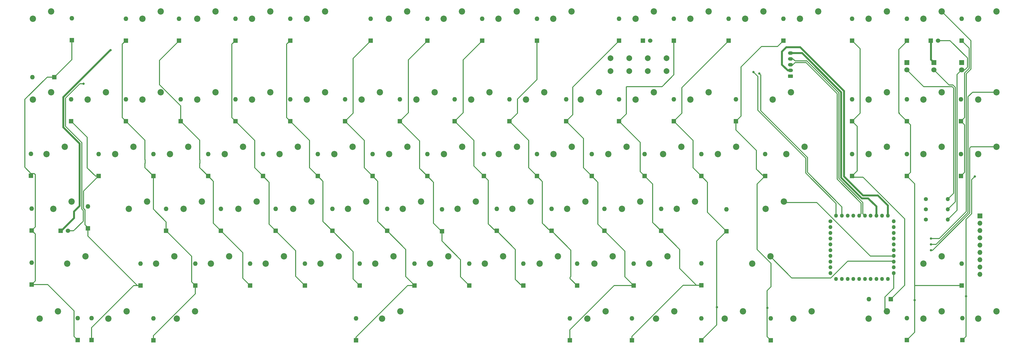
<source format=gbl>
%TF.GenerationSoftware,KiCad,Pcbnew,(6.0.5)*%
%TF.CreationDate,2022-06-03T16:12:07-04:00*%
%TF.ProjectId,Rabid,52616269-642e-46b6-9963-61645f706362,rev?*%
%TF.SameCoordinates,Original*%
%TF.FileFunction,Copper,L2,Bot*%
%TF.FilePolarity,Positive*%
%FSLAX46Y46*%
G04 Gerber Fmt 4.6, Leading zero omitted, Abs format (unit mm)*
G04 Created by KiCad (PCBNEW (6.0.5)) date 2022-06-03 16:12:07*
%MOMM*%
%LPD*%
G01*
G04 APERTURE LIST*
G04 Aperture macros list*
%AMRoundRect*
0 Rectangle with rounded corners*
0 $1 Rounding radius*
0 $2 $3 $4 $5 $6 $7 $8 $9 X,Y pos of 4 corners*
0 Add a 4 corners polygon primitive as box body*
4,1,4,$2,$3,$4,$5,$6,$7,$8,$9,$2,$3,0*
0 Add four circle primitives for the rounded corners*
1,1,$1+$1,$2,$3*
1,1,$1+$1,$4,$5*
1,1,$1+$1,$6,$7*
1,1,$1+$1,$8,$9*
0 Add four rect primitives between the rounded corners*
20,1,$1+$1,$2,$3,$4,$5,0*
20,1,$1+$1,$4,$5,$6,$7,0*
20,1,$1+$1,$6,$7,$8,$9,0*
20,1,$1+$1,$8,$9,$2,$3,0*%
G04 Aperture macros list end*
%TA.AperFunction,ComponentPad*%
%ADD10C,2.200000*%
%TD*%
%TA.AperFunction,ComponentPad*%
%ADD11R,1.600000X1.600000*%
%TD*%
%TA.AperFunction,ComponentPad*%
%ADD12O,1.600000X1.600000*%
%TD*%
%TA.AperFunction,ComponentPad*%
%ADD13C,1.350000*%
%TD*%
%TA.AperFunction,ComponentPad*%
%ADD14O,1.350000X1.350000*%
%TD*%
%TA.AperFunction,ComponentPad*%
%ADD15R,1.524000X1.524000*%
%TD*%
%TA.AperFunction,ComponentPad*%
%ADD16C,1.524000*%
%TD*%
%TA.AperFunction,ComponentPad*%
%ADD17R,1.800000X1.800000*%
%TD*%
%TA.AperFunction,ComponentPad*%
%ADD18C,1.800000*%
%TD*%
%TA.AperFunction,ComponentPad*%
%ADD19C,1.400000*%
%TD*%
%TA.AperFunction,ComponentPad*%
%ADD20O,1.400000X1.400000*%
%TD*%
%TA.AperFunction,ComponentPad*%
%ADD21R,1.700000X1.700000*%
%TD*%
%TA.AperFunction,ComponentPad*%
%ADD22O,1.700000X1.700000*%
%TD*%
%TA.AperFunction,ComponentPad*%
%ADD23C,2.000000*%
%TD*%
%TA.AperFunction,ComponentPad*%
%ADD24RoundRect,0.250000X0.625000X-0.350000X0.625000X0.350000X-0.625000X0.350000X-0.625000X-0.350000X0*%
%TD*%
%TA.AperFunction,ComponentPad*%
%ADD25O,1.750000X1.200000*%
%TD*%
%TA.AperFunction,ViaPad*%
%ADD26C,0.800000*%
%TD*%
%TA.AperFunction,Conductor*%
%ADD27C,0.300000*%
%TD*%
%TA.AperFunction,Conductor*%
%ADD28C,0.700000*%
%TD*%
G04 APERTURE END LIST*
D10*
%TO.P,SW72,1,1*%
%TO.N,Row0*%
X266852400Y-184861200D03*
%TO.P,SW72,2,2*%
%TO.N,Net-(D72-Pad2)*%
X260502400Y-187401200D03*
%TD*%
D11*
%TO.P,D13,1,K*%
%TO.N,ColC*%
X76200000Y-90678000D03*
D12*
%TO.P,D13,2,A*%
%TO.N,Net-(D13-Pad2)*%
X76200000Y-83058000D03*
%TD*%
D11*
%TO.P,D99,1,K*%
%TO.N,ColQ*%
X366522000Y-137795000D03*
D12*
%TO.P,D99,2,A*%
%TO.N,Net-(D99-Pad2)*%
X366522000Y-130175000D03*
%TD*%
D13*
%TO.P,U1,1,GPIO0*%
%TO.N,ColA*%
X321105000Y-153560000D03*
D14*
%TO.P,U1,2,GPIO1*%
%TO.N,ColB*%
X321105000Y-155560000D03*
%TO.P,U1,3,GPIO2*%
%TO.N,ColC*%
X321105000Y-157560000D03*
%TO.P,U1,4,GPIO3*%
%TO.N,ColD*%
X321105000Y-159560000D03*
%TO.P,U1,5,GPIO4*%
%TO.N,ColE*%
X321105000Y-161560000D03*
%TO.P,U1,6,GPIO5*%
%TO.N,ColF*%
X321105000Y-163560000D03*
%TO.P,U1,7,GPIO6*%
%TO.N,ColG*%
X321105000Y-165560000D03*
%TO.P,U1,8,GPIO7*%
%TO.N,ColH*%
X321105000Y-167560000D03*
%TO.P,U1,9,GPIO8*%
%TO.N,ColI*%
X321105000Y-169560000D03*
%TO.P,U1,10,GPIO9*%
%TO.N,ColJ*%
X321105000Y-171560000D03*
%TO.P,U1,11,GPIO10*%
%TO.N,ColK*%
X323105000Y-173560000D03*
%TO.P,U1,12,GPIO11*%
%TO.N,ColL*%
X325105000Y-173560000D03*
%TO.P,U1,13,GPIO12*%
%TO.N,ColM*%
X327105000Y-173560000D03*
%TO.P,U1,14,GPIO13*%
%TO.N,ColN*%
X329105000Y-173560000D03*
%TO.P,U1,15,GPIO14*%
%TO.N,ColO*%
X331105000Y-173560000D03*
%TO.P,U1,16,GPIO15*%
%TO.N,ColP*%
X333105000Y-173560000D03*
%TO.P,U1,17,GPIO16*%
%TO.N,ColQ*%
X335105000Y-173560000D03*
%TO.P,U1,18,GPIO17*%
%TO.N,/GPIO17*%
X337105000Y-173560000D03*
%TO.P,U1,19,GPIO18*%
%TO.N,/GPIO18*%
X339105000Y-173560000D03*
%TO.P,U1,20,GPIO19*%
%TO.N,/GPIO19*%
X341105000Y-173560000D03*
%TO.P,U1,21,GPIO20*%
%TO.N,Row0*%
X343105000Y-171560000D03*
%TO.P,U1,22,GPIO21*%
%TO.N,/GPIO21*%
X343105000Y-169560000D03*
%TO.P,U1,23,GPIO22*%
%TO.N,Row1*%
X343105000Y-167560000D03*
%TO.P,U1,24,GPIO23*%
%TO.N,Row2*%
X343105000Y-165560000D03*
%TO.P,U1,25,GPIO24*%
%TO.N,Row3*%
X343105000Y-163560000D03*
%TO.P,U1,26,GPIO25*%
%TO.N,Row4*%
X343105000Y-161560000D03*
%TO.P,U1,27,GPIO26*%
%TO.N,Row5*%
X343105000Y-159560000D03*
%TO.P,U1,28,GPIO27*%
%TO.N,/ScrollLED_GPIO*%
X343105000Y-157560000D03*
%TO.P,U1,29,GPIO28*%
%TO.N,/MetaLED_GPIO*%
X343105000Y-155560000D03*
%TO.P,U1,30,GPIO29*%
%TO.N,/CapsLED_GPIO*%
X343105000Y-153560000D03*
%TO.P,U1,31,GND*%
%TO.N,GND*%
X341105000Y-151560000D03*
%TO.P,U1,32,VBAT*%
%TO.N,unconnected-(U1-Pad32)*%
X339105000Y-151560000D03*
%TO.P,U1,33,5V*%
%TO.N,+5V*%
X337105000Y-151560000D03*
%TO.P,U1,34,3.3V*%
%TO.N,+3V3*%
X335105000Y-151560000D03*
%TO.P,U1,35,USB_D-*%
%TO.N,/USB_D-*%
X333105000Y-151560000D03*
%TO.P,U1,36,USB_D+*%
%TO.N,/USB_D+*%
X331105000Y-151560000D03*
%TO.P,U1,37,SWDIO*%
%TO.N,/SWDIO*%
X329105000Y-151560000D03*
%TO.P,U1,38,SWCLK*%
%TO.N,/SWCLK*%
X327105000Y-151560000D03*
%TO.P,U1,39,~{RESET}*%
%TO.N,/~{RESET}*%
X325105000Y-151560000D03*
%TO.P,U1,40,BOOTSEL*%
%TO.N,/BOOTSEL*%
X323105000Y-151560000D03*
%TD*%
D10*
%TO.P,SW91,1,1*%
%TO.N,Row5*%
X359791000Y-80518000D03*
%TO.P,SW91,2,2*%
%TO.N,Net-(D91-Pad2)*%
X353441000Y-83058000D03*
D15*
%TO.P,SW91,3,K*%
%TO.N,GND*%
X355981000Y-90678000D03*
D16*
%TO.P,SW91,4,A*%
%TO.N,/ScrollLED*%
X358521000Y-90678000D03*
%TD*%
D10*
%TO.P,SW18,1,1*%
%TO.N,Row0*%
X100203000Y-184861200D03*
%TO.P,SW18,2,2*%
%TO.N,Net-(D18-Pad2)*%
X93853000Y-187401200D03*
%TD*%
D11*
%TO.P,D102,1,K*%
%TO.N,ColQ*%
X367030000Y-194818000D03*
D12*
%TO.P,D102,2,A*%
%TO.N,Net-(D102-Pad2)*%
X367030000Y-187198000D03*
%TD*%
D10*
%TO.P,SW4,1,1*%
%TO.N,Row2*%
X57302400Y-146710400D03*
%TO.P,SW4,2,2*%
%TO.N,Net-(D4-Pad2)*%
X50952400Y-149250400D03*
D15*
%TO.P,SW4,3,K*%
%TO.N,GND*%
X53492400Y-156870400D03*
D16*
%TO.P,SW4,4,A*%
%TO.N,/CapsLED*%
X56032400Y-156870400D03*
%TD*%
D11*
%TO.P,D8,1,K*%
%TO.N,ColB*%
X57150000Y-118745000D03*
D12*
%TO.P,D8,2,A*%
%TO.N,Net-(D8-Pad2)*%
X57150000Y-111125000D03*
%TD*%
D10*
%TO.P,SW68,1,1*%
%TO.N,Row4*%
X259740400Y-108635800D03*
%TO.P,SW68,2,2*%
%TO.N,Net-(D68-Pad2)*%
X253390400Y-111175800D03*
%TD*%
%TO.P,SW40,1,1*%
%TO.N,Row2*%
X178765200Y-146710400D03*
%TO.P,SW40,2,2*%
%TO.N,Net-(D40-Pad2)*%
X172415200Y-149250400D03*
%TD*%
%TO.P,SW59,1,1*%
%TO.N,Row1*%
X245440200Y-165735000D03*
%TO.P,SW59,2,2*%
%TO.N,Net-(D59-Pad2)*%
X239090200Y-168275000D03*
%TD*%
%TO.P,SW17,1,1*%
%TO.N,Row1*%
X112090200Y-165735000D03*
%TO.P,SW17,2,2*%
%TO.N,Net-(D17-Pad2)*%
X105740200Y-168275000D03*
%TD*%
D11*
%TO.P,D34,1,K*%
%TO.N,ColF*%
X147955000Y-156845000D03*
D12*
%TO.P,D34,2,A*%
%TO.N,Net-(D34-Pad2)*%
X147955000Y-149225000D03*
%TD*%
D11*
%TO.P,D5,1,K*%
%TO.N,ColA*%
X43434000Y-175514000D03*
D12*
%TO.P,D5,2,A*%
%TO.N,Net-(D5-Pad2)*%
X43434000Y-167894000D03*
%TD*%
D11*
%TO.P,D29,1,K*%
%TO.N,ColE*%
X138430000Y-175895000D03*
D12*
%TO.P,D29,2,A*%
%TO.N,Net-(D29-Pad2)*%
X138430000Y-168275000D03*
%TD*%
D11*
%TO.P,D42,1,K*%
%TO.N,ColG*%
X156210000Y-194945000D03*
D12*
%TO.P,D42,2,A*%
%TO.N,Net-(D42-Pad2)*%
X156210000Y-187325000D03*
%TD*%
D10*
%TO.P,SW99,1,1*%
%TO.N,Row3*%
X378891800Y-127635000D03*
%TO.P,SW99,2,2*%
%TO.N,Net-(D99-Pad2)*%
X372541800Y-130175000D03*
%TD*%
%TO.P,SW5,1,1*%
%TO.N,Row1*%
X62103000Y-165735000D03*
%TO.P,SW5,2,2*%
%TO.N,Net-(D5-Pad2)*%
X55753000Y-168275000D03*
%TD*%
%TO.P,SW35,1,1*%
%TO.N,Row1*%
X169240200Y-165735000D03*
%TO.P,SW35,2,2*%
%TO.N,Net-(D35-Pad2)*%
X162890200Y-168275000D03*
%TD*%
%TO.P,SW58,1,1*%
%TO.N,Row2*%
X235915200Y-146710400D03*
%TO.P,SW58,2,2*%
%TO.N,Net-(D58-Pad2)*%
X229565200Y-149250400D03*
%TD*%
%TO.P,SW25,1,1*%
%TO.N,Row5*%
X126365000Y-80518000D03*
%TO.P,SW25,2,2*%
%TO.N,Net-(D25-Pad2)*%
X120015000Y-83058000D03*
%TD*%
D11*
%TO.P,D49,1,K*%
%TO.N,ColI*%
X200025000Y-90678000D03*
D12*
%TO.P,D49,2,A*%
%TO.N,Net-(D49-Pad2)*%
X200025000Y-83058000D03*
%TD*%
D11*
%TO.P,D67,1,K*%
%TO.N,ColL*%
X266700000Y-90678000D03*
D12*
%TO.P,D67,2,A*%
%TO.N,Net-(D67-Pad2)*%
X266700000Y-83058000D03*
%TD*%
D11*
%TO.P,D15,1,K*%
%TO.N,ColC*%
X85725000Y-137795000D03*
D12*
%TO.P,D15,2,A*%
%TO.N,Net-(D15-Pad2)*%
X85725000Y-130175000D03*
%TD*%
D10*
%TO.P,SW46,1,1*%
%TO.N,Row2*%
X197815200Y-146710400D03*
%TO.P,SW46,2,2*%
%TO.N,Net-(D46-Pad2)*%
X191465200Y-149250400D03*
%TD*%
D17*
%TO.P,D104,1,K*%
%TO.N,GND*%
X347726000Y-98293000D03*
D18*
%TO.P,D104,2,A*%
%TO.N,/CapsLED*%
X347726000Y-100833000D03*
%TD*%
D10*
%TO.P,SW2,1,1*%
%TO.N,Row4*%
X50165000Y-108635800D03*
%TO.P,SW2,2,2*%
%TO.N,Net-(D2-Pad2)*%
X43815000Y-111175800D03*
%TD*%
%TO.P,SW19,1,1*%
%TO.N,Row5*%
X107315000Y-80518000D03*
%TO.P,SW19,2,2*%
%TO.N,Net-(D19-Pad2)*%
X100965000Y-83058000D03*
%TD*%
D11*
%TO.P,D27,1,K*%
%TO.N,ColE*%
X123825000Y-137795000D03*
D12*
%TO.P,D27,2,A*%
%TO.N,Net-(D27-Pad2)*%
X123825000Y-130175000D03*
%TD*%
D10*
%TO.P,SW11,1,1*%
%TO.N,Row1*%
X93040200Y-165735000D03*
%TO.P,SW11,2,2*%
%TO.N,Net-(D11-Pad2)*%
X86690200Y-168275000D03*
%TD*%
D11*
%TO.P,D44,1,K*%
%TO.N,ColH*%
X171450000Y-118745000D03*
D12*
%TO.P,D44,2,A*%
%TO.N,Net-(D44-Pad2)*%
X171450000Y-111125000D03*
%TD*%
D11*
%TO.P,D28,1,K*%
%TO.N,ColE*%
X128270000Y-156845000D03*
D12*
%TO.P,D28,2,A*%
%TO.N,Net-(D28-Pad2)*%
X128270000Y-149225000D03*
%TD*%
D10*
%TO.P,SW75,1,1*%
%TO.N,Row3*%
X288340800Y-127635000D03*
%TO.P,SW75,2,2*%
%TO.N,Net-(D75-Pad2)*%
X281990800Y-130175000D03*
%TD*%
%TO.P,SW80,1,1*%
%TO.N,Row4*%
X307365400Y-108635800D03*
%TO.P,SW80,2,2*%
%TO.N,Net-(D80-Pad2)*%
X301015400Y-111175800D03*
%TD*%
D11*
%TO.P,D41,1,K*%
%TO.N,ColG*%
X176530000Y-175895000D03*
D12*
%TO.P,D41,2,A*%
%TO.N,Net-(D41-Pad2)*%
X176530000Y-168275000D03*
%TD*%
D11*
%TO.P,D62,1,K*%
%TO.N,ColK*%
X229235000Y-118745000D03*
D12*
%TO.P,D62,2,A*%
%TO.N,Net-(D62-Pad2)*%
X229235000Y-111125000D03*
%TD*%
D19*
%TO.P,R1,1*%
%TO.N,/ScrollLED_GPIO*%
X354330000Y-152908000D03*
D20*
%TO.P,R1,2*%
%TO.N,/ScrollLED*%
X361950000Y-152908000D03*
%TD*%
D11*
%TO.P,D64,1,K*%
%TO.N,ColK*%
X242570000Y-156845000D03*
D12*
%TO.P,D64,2,A*%
%TO.N,Net-(D64-Pad2)*%
X242570000Y-149225000D03*
%TD*%
D11*
%TO.P,D65,1,K*%
%TO.N,ColK*%
X252730000Y-175895000D03*
D12*
%TO.P,D65,2,A*%
%TO.N,Net-(D65-Pad2)*%
X252730000Y-168275000D03*
%TD*%
D11*
%TO.P,D50,1,K*%
%TO.N,ColI*%
X190500000Y-118745000D03*
D12*
%TO.P,D50,2,A*%
%TO.N,Net-(D50-Pad2)*%
X190500000Y-111125000D03*
%TD*%
D11*
%TO.P,D61,1,K*%
%TO.N,ColK*%
X247650000Y-90678000D03*
D12*
%TO.P,D61,2,A*%
%TO.N,Net-(D61-Pad2)*%
X247650000Y-83058000D03*
%TD*%
D10*
%TO.P,SW32,1,1*%
%TO.N,Row4*%
X145440400Y-108635800D03*
%TO.P,SW32,2,2*%
%TO.N,Net-(D32-Pad2)*%
X139090400Y-111175800D03*
%TD*%
D11*
%TO.P,D90,1,K*%
%TO.N,ColO*%
X342138000Y-180594000D03*
D12*
%TO.P,D90,2,A*%
%TO.N,Net-(D90-Pad2)*%
X334518000Y-180594000D03*
%TD*%
D10*
%TO.P,SW27,1,1*%
%TO.N,Row3*%
X135940800Y-127635000D03*
%TO.P,SW27,2,2*%
%TO.N,Net-(D27-Pad2)*%
X129590800Y-130175000D03*
%TD*%
D11*
%TO.P,D80,1,K*%
%TO.N,ColN*%
X288290000Y-118745000D03*
D12*
%TO.P,D80,2,A*%
%TO.N,Net-(D80-Pad2)*%
X288290000Y-111125000D03*
%TD*%
D11*
%TO.P,D81,1,K*%
%TO.N,ColN*%
X298450000Y-137795000D03*
D12*
%TO.P,D81,2,A*%
%TO.N,Net-(D81-Pad2)*%
X298450000Y-130175000D03*
%TD*%
D11*
%TO.P,D22,1,K*%
%TO.N,ColD*%
X109220000Y-156845000D03*
D12*
%TO.P,D22,2,A*%
%TO.N,Net-(D22-Pad2)*%
X109220000Y-149225000D03*
%TD*%
D11*
%TO.P,D68,1,K*%
%TO.N,ColL*%
X247650000Y-118745000D03*
D12*
%TO.P,D68,2,A*%
%TO.N,Net-(D68-Pad2)*%
X247650000Y-111125000D03*
%TD*%
D11*
%TO.P,D31,1,K*%
%TO.N,ColF*%
X133350000Y-90678000D03*
D12*
%TO.P,D31,2,A*%
%TO.N,Net-(D31-Pad2)*%
X133350000Y-83058000D03*
%TD*%
D10*
%TO.P,SW62,1,1*%
%TO.N,Row4*%
X240690400Y-108635800D03*
%TO.P,SW62,2,2*%
%TO.N,Net-(D62-Pad2)*%
X234340400Y-111175800D03*
%TD*%
D11*
%TO.P,D52,1,K*%
%TO.N,ColI*%
X205105000Y-156845000D03*
D12*
%TO.P,D52,2,A*%
%TO.N,Net-(D52-Pad2)*%
X205105000Y-149225000D03*
%TD*%
D10*
%TO.P,SW76,1,1*%
%TO.N,Row2*%
X304952400Y-146710400D03*
%TO.P,SW76,2,2*%
%TO.N,Net-(D76-Pad2)*%
X298602400Y-149250400D03*
%TD*%
D11*
%TO.P,D9,1,K*%
%TO.N,ColB*%
X66675000Y-137795000D03*
D12*
%TO.P,D9,2,A*%
%TO.N,Net-(D9-Pad2)*%
X66675000Y-130175000D03*
%TD*%
D10*
%TO.P,SW70,1,1*%
%TO.N,Row2*%
X274015200Y-146710400D03*
%TO.P,SW70,2,2*%
%TO.N,Net-(D70-Pad2)*%
X267665200Y-149250400D03*
%TD*%
%TO.P,SW61,1,1*%
%TO.N,Row5*%
X259715000Y-80518000D03*
%TO.P,SW61,2,2*%
%TO.N,Net-(D61-Pad2)*%
X253365000Y-83058000D03*
D15*
%TO.P,SW61,3,K*%
%TO.N,GND*%
X255905000Y-90678000D03*
D16*
%TO.P,SW61,4,A*%
%TO.N,/MetaLED*%
X258445000Y-90678000D03*
%TD*%
D11*
%TO.P,D39,1,K*%
%TO.N,ColG*%
X161925000Y-137795000D03*
D12*
%TO.P,D39,2,A*%
%TO.N,Net-(D39-Pad2)*%
X161925000Y-130175000D03*
%TD*%
D11*
%TO.P,D32,1,K*%
%TO.N,ColF*%
X133350000Y-118745000D03*
D12*
%TO.P,D32,2,A*%
%TO.N,Net-(D32-Pad2)*%
X133350000Y-111125000D03*
%TD*%
D10*
%TO.P,SW96,1,1*%
%TO.N,Row0*%
X359791000Y-184861200D03*
%TO.P,SW96,2,2*%
%TO.N,Net-(D96-Pad2)*%
X353441000Y-187401200D03*
%TD*%
%TO.P,SW90,1,1*%
%TO.N,Row0*%
X340741000Y-184861200D03*
%TO.P,SW90,2,2*%
%TO.N,Net-(D90-Pad2)*%
X334391000Y-187401200D03*
%TD*%
D11*
%TO.P,D40,1,K*%
%TO.N,ColG*%
X167005000Y-156845000D03*
D12*
%TO.P,D40,2,A*%
%TO.N,Net-(D40-Pad2)*%
X167005000Y-149225000D03*
%TD*%
D10*
%TO.P,SW6,1,1*%
%TO.N,Row0*%
X52578000Y-184861200D03*
%TO.P,SW6,2,2*%
%TO.N,Net-(D6-Pad2)*%
X46228000Y-187401200D03*
%TD*%
%TO.P,SW1,1,1*%
%TO.N,Row5*%
X50165000Y-80518000D03*
%TO.P,SW1,2,2*%
%TO.N,Net-(D1-Pad2)*%
X43815000Y-83058000D03*
%TD*%
D11*
%TO.P,D18,1,K*%
%TO.N,ColC*%
X85725000Y-194945000D03*
D12*
%TO.P,D18,2,A*%
%TO.N,Net-(D18-Pad2)*%
X85725000Y-187325000D03*
%TD*%
D11*
%TO.P,D59,1,K*%
%TO.N,ColJ*%
X233045000Y-175895000D03*
D12*
%TO.P,D59,2,A*%
%TO.N,Net-(D59-Pad2)*%
X233045000Y-168275000D03*
%TD*%
D11*
%TO.P,D72,1,K*%
%TO.N,ColL*%
X252095000Y-194945000D03*
D12*
%TO.P,D72,2,A*%
%TO.N,Net-(D72-Pad2)*%
X252095000Y-187325000D03*
%TD*%
D10*
%TO.P,SW63,1,1*%
%TO.N,Row3*%
X250240800Y-127635000D03*
%TO.P,SW63,2,2*%
%TO.N,Net-(D63-Pad2)*%
X243890800Y-130175000D03*
%TD*%
%TO.P,SW52,1,1*%
%TO.N,Row2*%
X216865200Y-146710400D03*
%TO.P,SW52,2,2*%
%TO.N,Net-(D52-Pad2)*%
X210515200Y-149250400D03*
%TD*%
D11*
%TO.P,D97,1,K*%
%TO.N,ColQ*%
X366776000Y-90678000D03*
D12*
%TO.P,D97,2,A*%
%TO.N,Net-(D97-Pad2)*%
X366776000Y-83058000D03*
%TD*%
D11*
%TO.P,D45,1,K*%
%TO.N,ColH*%
X180975000Y-137795000D03*
D12*
%TO.P,D45,2,A*%
%TO.N,Net-(D45-Pad2)*%
X180975000Y-130175000D03*
%TD*%
D19*
%TO.P,R3,1*%
%TO.N,/CapsLED_GPIO*%
X354330000Y-145796000D03*
D20*
%TO.P,R3,2*%
%TO.N,/CapsLED*%
X361950000Y-145796000D03*
%TD*%
D10*
%TO.P,SW95,1,1*%
%TO.N,Row1*%
X359791000Y-165735000D03*
%TO.P,SW95,2,2*%
%TO.N,Net-(D95-Pad2)*%
X353441000Y-168275000D03*
%TD*%
%TO.P,SW45,1,1*%
%TO.N,Row3*%
X193090800Y-127635000D03*
%TO.P,SW45,2,2*%
%TO.N,Net-(D45-Pad2)*%
X186740800Y-130175000D03*
%TD*%
D11*
%TO.P,D2,1,K*%
%TO.N,ColA*%
X51308000Y-103378000D03*
D12*
%TO.P,D2,2,A*%
%TO.N,Net-(D2-Pad2)*%
X43688000Y-103378000D03*
%TD*%
D11*
%TO.P,D92,1,K*%
%TO.N,ColP*%
X347726000Y-118745000D03*
D12*
%TO.P,D92,2,A*%
%TO.N,Net-(D92-Pad2)*%
X347726000Y-111125000D03*
%TD*%
D11*
%TO.P,D20,1,K*%
%TO.N,ColD*%
X95250000Y-118745000D03*
D12*
%TO.P,D20,2,A*%
%TO.N,Net-(D20-Pad2)*%
X95250000Y-111125000D03*
%TD*%
D10*
%TO.P,SW64,1,1*%
%TO.N,Row2*%
X254965200Y-146710400D03*
%TO.P,SW64,2,2*%
%TO.N,Net-(D64-Pad2)*%
X248615200Y-149250400D03*
%TD*%
%TO.P,SW41,1,1*%
%TO.N,Row1*%
X188290200Y-165735000D03*
%TO.P,SW41,2,2*%
%TO.N,Net-(D41-Pad2)*%
X181940200Y-168275000D03*
%TD*%
%TO.P,SW69,1,1*%
%TO.N,Row3*%
X269290800Y-127635000D03*
%TO.P,SW69,2,2*%
%TO.N,Net-(D69-Pad2)*%
X262940800Y-130175000D03*
%TD*%
%TO.P,SW53,1,1*%
%TO.N,Row1*%
X226390200Y-165735000D03*
%TO.P,SW53,2,2*%
%TO.N,Net-(D53-Pad2)*%
X220040200Y-168275000D03*
%TD*%
%TO.P,SW78,1,1*%
%TO.N,Row0*%
X290703000Y-184861200D03*
%TO.P,SW78,2,2*%
%TO.N,Net-(D78-Pad2)*%
X284353000Y-187401200D03*
%TD*%
D11*
%TO.P,D69,1,K*%
%TO.N,ColL*%
X256540000Y-137795000D03*
D12*
%TO.P,D69,2,A*%
%TO.N,Net-(D69-Pad2)*%
X256540000Y-130175000D03*
%TD*%
D11*
%TO.P,D47,1,K*%
%TO.N,ColH*%
X195580000Y-175895000D03*
D12*
%TO.P,D47,2,A*%
%TO.N,Net-(D47-Pad2)*%
X195580000Y-168275000D03*
%TD*%
D10*
%TO.P,SW79,1,1*%
%TO.N,Row5*%
X316865000Y-80518000D03*
%TO.P,SW79,2,2*%
%TO.N,Net-(D79-Pad2)*%
X310515000Y-83058000D03*
%TD*%
%TO.P,SW26,1,1*%
%TO.N,Row4*%
X126390400Y-108635800D03*
%TO.P,SW26,2,2*%
%TO.N,Net-(D26-Pad2)*%
X120040400Y-111175800D03*
%TD*%
%TO.P,SW21,1,1*%
%TO.N,Row3*%
X116890800Y-127635000D03*
%TO.P,SW21,2,2*%
%TO.N,Net-(D21-Pad2)*%
X110540800Y-130175000D03*
%TD*%
%TO.P,SW56,1,1*%
%TO.N,Row4*%
X221640400Y-108635800D03*
%TO.P,SW56,2,2*%
%TO.N,Net-(D56-Pad2)*%
X215290400Y-111175800D03*
%TD*%
D11*
%TO.P,D58,1,K*%
%TO.N,ColJ*%
X224155000Y-156845000D03*
D12*
%TO.P,D58,2,A*%
%TO.N,Net-(D58-Pad2)*%
X224155000Y-149225000D03*
%TD*%
D11*
%TO.P,D23,1,K*%
%TO.N,ColD*%
X119380000Y-175895000D03*
D12*
%TO.P,D23,2,A*%
%TO.N,Net-(D23-Pad2)*%
X119380000Y-168275000D03*
%TD*%
D17*
%TO.P,D106,1,K*%
%TO.N,GND*%
X366776000Y-98298000D03*
D18*
%TO.P,D106,2,A*%
%TO.N,/ScrollLED*%
X366776000Y-100838000D03*
%TD*%
D11*
%TO.P,D33,1,K*%
%TO.N,ColF*%
X142875000Y-137795000D03*
D12*
%TO.P,D33,2,A*%
%TO.N,Net-(D33-Pad2)*%
X142875000Y-130175000D03*
%TD*%
D11*
%TO.P,D96,1,K*%
%TO.N,ColP*%
X347726000Y-194818000D03*
D12*
%TO.P,D96,2,A*%
%TO.N,Net-(D96-Pad2)*%
X347726000Y-187198000D03*
%TD*%
D11*
%TO.P,D86,1,K*%
%TO.N,ColO*%
X328676000Y-118745000D03*
D12*
%TO.P,D86,2,A*%
%TO.N,Net-(D86-Pad2)*%
X328676000Y-111125000D03*
%TD*%
D10*
%TO.P,SW66,1,1*%
%TO.N,Row0*%
X242976400Y-184861200D03*
%TO.P,SW66,2,2*%
%TO.N,Net-(D66-Pad2)*%
X236626400Y-187401200D03*
%TD*%
D11*
%TO.P,D16,1,K*%
%TO.N,ColC*%
X90170000Y-156845000D03*
D12*
%TO.P,D16,2,A*%
%TO.N,Net-(D16-Pad2)*%
X90170000Y-149225000D03*
%TD*%
D10*
%TO.P,SW85,1,1*%
%TO.N,Row5*%
X340741000Y-80518000D03*
%TO.P,SW85,2,2*%
%TO.N,Net-(D85-Pad2)*%
X334391000Y-83058000D03*
%TD*%
D11*
%TO.P,D3,1,K*%
%TO.N,ColA*%
X43180000Y-137668000D03*
D12*
%TO.P,D3,2,A*%
%TO.N,Net-(D3-Pad2)*%
X43180000Y-130048000D03*
%TD*%
D11*
%TO.P,D76,1,K*%
%TO.N,ColM*%
X284988000Y-156972000D03*
D12*
%TO.P,D76,2,A*%
%TO.N,Net-(D76-Pad2)*%
X284988000Y-149352000D03*
%TD*%
D11*
%TO.P,D85,1,K*%
%TO.N,ColO*%
X328676000Y-90678000D03*
D12*
%TO.P,D85,2,A*%
%TO.N,Net-(D85-Pad2)*%
X328676000Y-83058000D03*
%TD*%
D11*
%TO.P,D74,1,K*%
%TO.N,ColM*%
X266700000Y-118745000D03*
D12*
%TO.P,D74,2,A*%
%TO.N,Net-(D74-Pad2)*%
X266700000Y-111125000D03*
%TD*%
D11*
%TO.P,D25,1,K*%
%TO.N,ColE*%
X114300000Y-90678000D03*
D12*
%TO.P,D25,2,A*%
%TO.N,Net-(D25-Pad2)*%
X114300000Y-83058000D03*
%TD*%
D11*
%TO.P,D93,1,K*%
%TO.N,ColP*%
X347726000Y-137795000D03*
D12*
%TO.P,D93,2,A*%
%TO.N,Net-(D93-Pad2)*%
X347726000Y-130175000D03*
%TD*%
D10*
%TO.P,SW73,1,1*%
%TO.N,Row5*%
X297815000Y-80518000D03*
%TO.P,SW73,2,2*%
%TO.N,Net-(D73-Pad2)*%
X291465000Y-83058000D03*
%TD*%
%TO.P,SW20,1,1*%
%TO.N,Row4*%
X107340400Y-108635800D03*
%TO.P,SW20,2,2*%
%TO.N,Net-(D20-Pad2)*%
X100990400Y-111175800D03*
%TD*%
D11*
%TO.P,D53,1,K*%
%TO.N,ColI*%
X214376000Y-175895000D03*
D12*
%TO.P,D53,2,A*%
%TO.N,Net-(D53-Pad2)*%
X214376000Y-168275000D03*
%TD*%
D10*
%TO.P,SW43,1,1*%
%TO.N,Row5*%
X193040000Y-80518000D03*
%TO.P,SW43,2,2*%
%TO.N,Net-(D43-Pad2)*%
X186690000Y-83058000D03*
%TD*%
D11*
%TO.P,D37,1,K*%
%TO.N,ColG*%
X161290000Y-90678000D03*
D12*
%TO.P,D37,2,A*%
%TO.N,Net-(D37-Pad2)*%
X161290000Y-83058000D03*
%TD*%
D10*
%TO.P,SW29,1,1*%
%TO.N,Row1*%
X150190200Y-165735000D03*
%TO.P,SW29,2,2*%
%TO.N,Net-(D29-Pad2)*%
X143840200Y-168275000D03*
%TD*%
D11*
%TO.P,D91,1,K*%
%TO.N,ColP*%
X347726000Y-90678000D03*
D12*
%TO.P,D91,2,A*%
%TO.N,Net-(D91-Pad2)*%
X347726000Y-83058000D03*
%TD*%
D11*
%TO.P,D12,1,K*%
%TO.N,ColB*%
X64262000Y-194818000D03*
D12*
%TO.P,D12,2,A*%
%TO.N,Net-(D12-Pad2)*%
X64262000Y-187198000D03*
%TD*%
D11*
%TO.P,D35,1,K*%
%TO.N,ColF*%
X157480000Y-175895000D03*
D12*
%TO.P,D35,2,A*%
%TO.N,Net-(D35-Pad2)*%
X157480000Y-168275000D03*
%TD*%
D11*
%TO.P,D17,1,K*%
%TO.N,ColC*%
X100330000Y-175895000D03*
D12*
%TO.P,D17,2,A*%
%TO.N,Net-(D17-Pad2)*%
X100330000Y-168275000D03*
%TD*%
D11*
%TO.P,D87,1,K*%
%TO.N,ColO*%
X328676000Y-137795000D03*
D12*
%TO.P,D87,2,A*%
%TO.N,Net-(D87-Pad2)*%
X328676000Y-130175000D03*
%TD*%
D11*
%TO.P,D55,1,K*%
%TO.N,ColJ*%
X219075000Y-90678000D03*
D12*
%TO.P,D55,2,A*%
%TO.N,Net-(D55-Pad2)*%
X219075000Y-83058000D03*
%TD*%
D19*
%TO.P,R2,1*%
%TO.N,/MetaLED_GPIO*%
X354330000Y-149352000D03*
D20*
%TO.P,R2,2*%
%TO.N,/MetaLED*%
X361950000Y-149352000D03*
%TD*%
D10*
%TO.P,SW31,1,1*%
%TO.N,Row5*%
X145415000Y-80518000D03*
%TO.P,SW31,2,2*%
%TO.N,Net-(D31-Pad2)*%
X139065000Y-83058000D03*
%TD*%
D11*
%TO.P,D66,1,K*%
%TO.N,ColK*%
X230505000Y-194945000D03*
D12*
%TO.P,D66,2,A*%
%TO.N,Net-(D66-Pad2)*%
X230505000Y-187325000D03*
%TD*%
D10*
%TO.P,SW74,1,1*%
%TO.N,Row4*%
X278790400Y-108635800D03*
%TO.P,SW74,2,2*%
%TO.N,Net-(D74-Pad2)*%
X272440400Y-111175800D03*
%TD*%
%TO.P,SW3,1,1*%
%TO.N,Row3*%
X54914800Y-127635000D03*
%TO.P,SW3,2,2*%
%TO.N,Net-(D3-Pad2)*%
X48564800Y-130175000D03*
%TD*%
D11*
%TO.P,D1,1,K*%
%TO.N,ColA*%
X57404000Y-90551000D03*
D12*
%TO.P,D1,2,A*%
%TO.N,Net-(D1-Pad2)*%
X57404000Y-82931000D03*
%TD*%
D10*
%TO.P,SW87,1,1*%
%TO.N,Row3*%
X340791800Y-127635000D03*
%TO.P,SW87,2,2*%
%TO.N,Net-(D87-Pad2)*%
X334441800Y-130175000D03*
%TD*%
%TO.P,SW23,1,1*%
%TO.N,Row1*%
X131140200Y-165735000D03*
%TO.P,SW23,2,2*%
%TO.N,Net-(D23-Pad2)*%
X124790200Y-168275000D03*
%TD*%
%TO.P,SW98,1,1*%
%TO.N,Row4*%
X378866400Y-108635800D03*
%TO.P,SW98,2,2*%
%TO.N,Net-(D98-Pad2)*%
X372516400Y-111175800D03*
%TD*%
%TO.P,SW44,1,1*%
%TO.N,Row4*%
X183540400Y-108635800D03*
%TO.P,SW44,2,2*%
%TO.N,Net-(D44-Pad2)*%
X177190400Y-111175800D03*
%TD*%
D11*
%TO.P,D43,1,K*%
%TO.N,ColH*%
X180975000Y-90678000D03*
D12*
%TO.P,D43,2,A*%
%TO.N,Net-(D43-Pad2)*%
X180975000Y-83058000D03*
%TD*%
D10*
%TO.P,SW86,1,1*%
%TO.N,Row4*%
X340766400Y-108635800D03*
%TO.P,SW86,2,2*%
%TO.N,Net-(D86-Pad2)*%
X334416400Y-111175800D03*
%TD*%
%TO.P,SW51,1,1*%
%TO.N,Row3*%
X212140800Y-127635000D03*
%TO.P,SW51,2,2*%
%TO.N,Net-(D51-Pad2)*%
X205790800Y-130175000D03*
%TD*%
D11*
%TO.P,D19,1,K*%
%TO.N,ColD*%
X94615000Y-90678000D03*
D12*
%TO.P,D19,2,A*%
%TO.N,Net-(D19-Pad2)*%
X94615000Y-83058000D03*
%TD*%
D10*
%TO.P,SW14,1,1*%
%TO.N,Row4*%
X88290400Y-108635800D03*
%TO.P,SW14,2,2*%
%TO.N,Net-(D14-Pad2)*%
X81940400Y-111175800D03*
%TD*%
%TO.P,SW84,1,1*%
%TO.N,Row0*%
X314579000Y-184861200D03*
%TO.P,SW84,2,2*%
%TO.N,Net-(D84-Pad2)*%
X308229000Y-187401200D03*
%TD*%
%TO.P,SW65,1,1*%
%TO.N,Row1*%
X264490200Y-165735000D03*
%TO.P,SW65,2,2*%
%TO.N,Net-(D65-Pad2)*%
X258140200Y-168275000D03*
%TD*%
D11*
%TO.P,D70,1,K*%
%TO.N,ColL*%
X262255000Y-156845000D03*
D12*
%TO.P,D70,2,A*%
%TO.N,Net-(D70-Pad2)*%
X262255000Y-149225000D03*
%TD*%
D10*
%TO.P,SW97,1,1*%
%TO.N,Row5*%
X378841000Y-80518000D03*
%TO.P,SW97,2,2*%
%TO.N,Net-(D97-Pad2)*%
X372491000Y-83058000D03*
%TD*%
%TO.P,SW38,1,1*%
%TO.N,Row4*%
X164490400Y-108635800D03*
%TO.P,SW38,2,2*%
%TO.N,Net-(D38-Pad2)*%
X158140400Y-111175800D03*
%TD*%
D11*
%TO.P,D11,1,K*%
%TO.N,ColB*%
X81280000Y-175895000D03*
D12*
%TO.P,D11,2,A*%
%TO.N,Net-(D11-Pad2)*%
X81280000Y-168275000D03*
%TD*%
D10*
%TO.P,SW102,1,1*%
%TO.N,Row0*%
X378841000Y-184861200D03*
%TO.P,SW102,2,2*%
%TO.N,Net-(D102-Pad2)*%
X372491000Y-187401200D03*
%TD*%
%TO.P,SW34,1,1*%
%TO.N,Row2*%
X159715200Y-146710400D03*
%TO.P,SW34,2,2*%
%TO.N,Net-(D34-Pad2)*%
X153365200Y-149250400D03*
%TD*%
%TO.P,SW37,1,1*%
%TO.N,Row5*%
X173990000Y-80518000D03*
%TO.P,SW37,2,2*%
%TO.N,Net-(D37-Pad2)*%
X167640000Y-83058000D03*
%TD*%
%TO.P,SW42,1,1*%
%TO.N,Row0*%
X171627800Y-184861200D03*
%TO.P,SW42,2,2*%
%TO.N,Net-(D42-Pad2)*%
X165277800Y-187401200D03*
%TD*%
D11*
%TO.P,D14,1,K*%
%TO.N,ColC*%
X76200000Y-118745000D03*
D12*
%TO.P,D14,2,A*%
%TO.N,Net-(D14-Pad2)*%
X76200000Y-111125000D03*
%TD*%
D11*
%TO.P,D10,1,K*%
%TO.N,ColB*%
X62992000Y-155956000D03*
D12*
%TO.P,D10,2,A*%
%TO.N,Net-(D10-Pad2)*%
X62992000Y-148336000D03*
%TD*%
D10*
%TO.P,SW33,1,1*%
%TO.N,Row3*%
X154990800Y-127635000D03*
%TO.P,SW33,2,2*%
%TO.N,Net-(D33-Pad2)*%
X148640800Y-130175000D03*
%TD*%
%TO.P,SW8,1,1*%
%TO.N,Row4*%
X69240400Y-108635800D03*
%TO.P,SW8,2,2*%
%TO.N,Net-(D8-Pad2)*%
X62890400Y-111175800D03*
%TD*%
D11*
%TO.P,D98,1,K*%
%TO.N,ColQ*%
X366522000Y-118745000D03*
D12*
%TO.P,D98,2,A*%
%TO.N,Net-(D98-Pad2)*%
X366522000Y-111125000D03*
%TD*%
D10*
%TO.P,SW16,1,1*%
%TO.N,Row2*%
X102565200Y-146710400D03*
%TO.P,SW16,2,2*%
%TO.N,Net-(D16-Pad2)*%
X96215200Y-149250400D03*
%TD*%
%TO.P,SW47,1,1*%
%TO.N,Row1*%
X207340200Y-165735000D03*
%TO.P,SW47,2,2*%
%TO.N,Net-(D47-Pad2)*%
X200990200Y-168275000D03*
%TD*%
D11*
%TO.P,D73,1,K*%
%TO.N,ColM*%
X285750000Y-90678000D03*
D12*
%TO.P,D73,2,A*%
%TO.N,Net-(D73-Pad2)*%
X285750000Y-83058000D03*
%TD*%
D10*
%TO.P,SW13,1,1*%
%TO.N,Row5*%
X88265000Y-80518000D03*
%TO.P,SW13,2,2*%
%TO.N,Net-(D13-Pad2)*%
X81915000Y-83058000D03*
%TD*%
D11*
%TO.P,D84,1,K*%
%TO.N,ColN*%
X300355000Y-194945000D03*
D12*
%TO.P,D84,2,A*%
%TO.N,Net-(D84-Pad2)*%
X300355000Y-187325000D03*
%TD*%
D11*
%TO.P,D57,1,K*%
%TO.N,ColJ*%
X219075000Y-137795000D03*
D12*
%TO.P,D57,2,A*%
%TO.N,Net-(D57-Pad2)*%
X219075000Y-130175000D03*
%TD*%
D11*
%TO.P,D95,1,K*%
%TO.N,ColP*%
X366776000Y-175895000D03*
D12*
%TO.P,D95,2,A*%
%TO.N,Net-(D95-Pad2)*%
X366776000Y-168275000D03*
%TD*%
D10*
%TO.P,SW50,1,1*%
%TO.N,Row4*%
X202590400Y-108635800D03*
%TO.P,SW50,2,2*%
%TO.N,Net-(D50-Pad2)*%
X196240400Y-111175800D03*
%TD*%
D11*
%TO.P,D46,1,K*%
%TO.N,ColH*%
X186055000Y-156972000D03*
D12*
%TO.P,D46,2,A*%
%TO.N,Net-(D46-Pad2)*%
X186055000Y-149352000D03*
%TD*%
D11*
%TO.P,D38,1,K*%
%TO.N,ColG*%
X152400000Y-118745000D03*
D12*
%TO.P,D38,2,A*%
%TO.N,Net-(D38-Pad2)*%
X152400000Y-111125000D03*
%TD*%
D10*
%TO.P,SW71,1,1*%
%TO.N,Row1*%
X300278800Y-165735000D03*
%TO.P,SW71,2,2*%
%TO.N,Net-(D71-Pad2)*%
X293928800Y-168275000D03*
%TD*%
D11*
%TO.P,D71,1,K*%
%TO.N,ColL*%
X276225000Y-175768000D03*
D12*
%TO.P,D71,2,A*%
%TO.N,Net-(D71-Pad2)*%
X276225000Y-168148000D03*
%TD*%
D10*
%TO.P,SW67,1,1*%
%TO.N,Row5*%
X278765000Y-80518000D03*
%TO.P,SW67,2,2*%
%TO.N,Net-(D67-Pad2)*%
X272415000Y-83058000D03*
%TD*%
%TO.P,SW15,1,1*%
%TO.N,Row3*%
X97840800Y-127635000D03*
%TO.P,SW15,2,2*%
%TO.N,Net-(D15-Pad2)*%
X91490800Y-130175000D03*
%TD*%
D11*
%TO.P,D6,1,K*%
%TO.N,ColA*%
X59436000Y-194818000D03*
D12*
%TO.P,D6,2,A*%
%TO.N,Net-(D6-Pad2)*%
X59436000Y-187198000D03*
%TD*%
D11*
%TO.P,D56,1,K*%
%TO.N,ColJ*%
X209550000Y-118745000D03*
D12*
%TO.P,D56,2,A*%
%TO.N,Net-(D56-Pad2)*%
X209550000Y-111125000D03*
%TD*%
D10*
%TO.P,SW10,1,1*%
%TO.N,Row2*%
X83515200Y-146710400D03*
%TO.P,SW10,2,2*%
%TO.N,Net-(D10-Pad2)*%
X77165200Y-149250400D03*
%TD*%
%TO.P,SW55,1,1*%
%TO.N,Row5*%
X231140000Y-80518000D03*
%TO.P,SW55,2,2*%
%TO.N,Net-(D55-Pad2)*%
X224790000Y-83058000D03*
%TD*%
D11*
%TO.P,D63,1,K*%
%TO.N,ColK*%
X238125000Y-137795000D03*
D12*
%TO.P,D63,2,A*%
%TO.N,Net-(D63-Pad2)*%
X238125000Y-130175000D03*
%TD*%
D10*
%TO.P,SW28,1,1*%
%TO.N,Row2*%
X140665200Y-146710400D03*
%TO.P,SW28,2,2*%
%TO.N,Net-(D28-Pad2)*%
X134315200Y-149250400D03*
%TD*%
%TO.P,SW12,1,1*%
%TO.N,Row0*%
X76403200Y-184861200D03*
%TO.P,SW12,2,2*%
%TO.N,Net-(D12-Pad2)*%
X70053200Y-187401200D03*
%TD*%
%TO.P,SW92,1,1*%
%TO.N,Row4*%
X359816400Y-108635800D03*
%TO.P,SW92,2,2*%
%TO.N,Net-(D92-Pad2)*%
X353466400Y-111175800D03*
%TD*%
%TO.P,SW9,1,1*%
%TO.N,Row3*%
X78790800Y-127635000D03*
%TO.P,SW9,2,2*%
%TO.N,Net-(D9-Pad2)*%
X72440800Y-130175000D03*
%TD*%
%TO.P,SW57,1,1*%
%TO.N,Row3*%
X231190800Y-127635000D03*
%TO.P,SW57,2,2*%
%TO.N,Net-(D57-Pad2)*%
X224840800Y-130175000D03*
%TD*%
%TO.P,SW49,1,1*%
%TO.N,Row5*%
X212090000Y-80518000D03*
%TO.P,SW49,2,2*%
%TO.N,Net-(D49-Pad2)*%
X205740000Y-83058000D03*
%TD*%
D11*
%TO.P,D51,1,K*%
%TO.N,ColI*%
X200660000Y-137795000D03*
D12*
%TO.P,D51,2,A*%
%TO.N,Net-(D51-Pad2)*%
X200660000Y-130175000D03*
%TD*%
D11*
%TO.P,D79,1,K*%
%TO.N,ColN*%
X304800000Y-90678000D03*
D12*
%TO.P,D79,2,A*%
%TO.N,Net-(D79-Pad2)*%
X304800000Y-83058000D03*
%TD*%
D10*
%TO.P,SW22,1,1*%
%TO.N,Row2*%
X121615200Y-146710400D03*
%TO.P,SW22,2,2*%
%TO.N,Net-(D22-Pad2)*%
X115265200Y-149250400D03*
%TD*%
D21*
%TO.P,J3,1,Pin_1*%
%TO.N,+5V*%
X373126000Y-151638000D03*
D22*
%TO.P,J3,2,Pin_2*%
%TO.N,+3V3*%
X373126000Y-154178000D03*
%TO.P,J3,3,Pin_3*%
%TO.N,/SWDIO*%
X373126000Y-156718000D03*
%TO.P,J3,4,Pin_4*%
%TO.N,GND*%
X373126000Y-159258000D03*
%TO.P,J3,5,Pin_5*%
%TO.N,/SWCLK*%
X373126000Y-161798000D03*
%TO.P,J3,6,Pin_6*%
%TO.N,/GPIO21*%
X373126000Y-164338000D03*
%TO.P,J3,7,Pin_7*%
%TO.N,/GPIO19*%
X373126000Y-166878000D03*
%TO.P,J3,8,Pin_8*%
%TO.N,/GPIO18*%
X373126000Y-169418000D03*
%TO.P,J3,9,Pin_9*%
%TO.N,/GPIO17*%
X373126000Y-171958000D03*
%TD*%
D10*
%TO.P,SW93,1,1*%
%TO.N,Row3*%
X359841800Y-127635000D03*
%TO.P,SW93,2,2*%
%TO.N,Net-(D93-Pad2)*%
X353491800Y-130175000D03*
%TD*%
D17*
%TO.P,D108,1,K*%
%TO.N,GND*%
X357124000Y-98298000D03*
D18*
%TO.P,D108,2,A*%
%TO.N,/MetaLED*%
X357124000Y-100838000D03*
%TD*%
D11*
%TO.P,D78,1,K*%
%TO.N,ColM*%
X276225000Y-194945000D03*
D12*
%TO.P,D78,2,A*%
%TO.N,Net-(D78-Pad2)*%
X276225000Y-187325000D03*
%TD*%
D10*
%TO.P,SW39,1,1*%
%TO.N,Row3*%
X174040800Y-127635000D03*
%TO.P,SW39,2,2*%
%TO.N,Net-(D39-Pad2)*%
X167690800Y-130175000D03*
%TD*%
D11*
%TO.P,D4,1,K*%
%TO.N,ColA*%
X43434000Y-156718000D03*
D12*
%TO.P,D4,2,A*%
%TO.N,Net-(D4-Pad2)*%
X43434000Y-149098000D03*
%TD*%
D11*
%TO.P,D26,1,K*%
%TO.N,ColE*%
X114300000Y-118745000D03*
D12*
%TO.P,D26,2,A*%
%TO.N,Net-(D26-Pad2)*%
X114300000Y-111125000D03*
%TD*%
D11*
%TO.P,D21,1,K*%
%TO.N,ColD*%
X104775000Y-137795000D03*
D12*
%TO.P,D21,2,A*%
%TO.N,Net-(D21-Pad2)*%
X104775000Y-130175000D03*
%TD*%
D11*
%TO.P,D75,1,K*%
%TO.N,ColM*%
X276225000Y-137795000D03*
D12*
%TO.P,D75,2,A*%
%TO.N,Net-(D75-Pad2)*%
X276225000Y-130175000D03*
%TD*%
D10*
%TO.P,SW81,1,1*%
%TO.N,Row3*%
X312115200Y-127635000D03*
%TO.P,SW81,2,2*%
%TO.N,Net-(D81-Pad2)*%
X305765200Y-130175000D03*
%TD*%
D23*
%TO.P,SW103,1,1*%
%TO.N,GND*%
X244654000Y-96810000D03*
X251154000Y-96810000D03*
%TO.P,SW103,2,2*%
%TO.N,/~{RESET}*%
X244654000Y-101310000D03*
X251154000Y-101310000D03*
%TD*%
D24*
%TO.P,J1,1,Pin_1*%
%TO.N,unconnected-(J1-Pad1)*%
X307250000Y-103060000D03*
D25*
%TO.P,J1,2,Pin_2*%
%TO.N,GND*%
X307250000Y-101060000D03*
%TO.P,J1,3,Pin_3*%
%TO.N,/USB_D+*%
X307250000Y-99060000D03*
%TO.P,J1,4,Pin_4*%
%TO.N,/USB_D-*%
X307250000Y-97060000D03*
%TO.P,J1,5,Pin_5*%
%TO.N,+5V*%
X307250000Y-95060000D03*
%TD*%
D23*
%TO.P,SW104,1,1*%
%TO.N,GND*%
X264160000Y-96810000D03*
X257660000Y-96810000D03*
%TO.P,SW104,2,2*%
%TO.N,/BOOTSEL*%
X257660000Y-101310000D03*
X264160000Y-101310000D03*
%TD*%
D26*
%TO.N,GND*%
X70866000Y-93980000D03*
%TO.N,ColM*%
X281686000Y-183388000D03*
%TO.N,ColN*%
X299212000Y-183642000D03*
%TO.N,ColP*%
X350393000Y-180975000D03*
%TO.N,ColQ*%
X368300000Y-179578000D03*
X371348000Y-137922000D03*
%TO.N,/CapsLED*%
X61468000Y-105664000D03*
%TO.N,Row5*%
X356108000Y-159512000D03*
%TO.N,Row4*%
X356108000Y-161544000D03*
%TO.N,Row3*%
X356108000Y-163576000D03*
%TO.N,/~{RESET}*%
X296418000Y-102108000D03*
%TO.N,/BOOTSEL*%
X294386000Y-101600000D03*
%TD*%
D27*
%TO.N,ColA*%
X43434000Y-156718000D02*
X44683511Y-157967511D01*
X44683511Y-157967511D02*
X44683511Y-174264489D01*
X41037479Y-111149499D02*
X41037479Y-134763479D01*
X48808978Y-103378000D02*
X41037479Y-111149499D01*
X41037479Y-134763479D02*
X43180000Y-136906000D01*
X44280000Y-136906000D02*
X44683511Y-137309511D01*
X44683511Y-174264489D02*
X43434000Y-175514000D01*
X44683511Y-155468489D02*
X43434000Y-156718000D01*
X44683511Y-137309511D02*
X44683511Y-155468489D01*
X58186489Y-184698978D02*
X58186489Y-193568489D01*
X43180000Y-136906000D02*
X44280000Y-136906000D01*
X58186489Y-193568489D02*
X59436000Y-194818000D01*
X57404000Y-97282000D02*
X51308000Y-103378000D01*
X51308000Y-103378000D02*
X48808978Y-103378000D01*
X57404000Y-90678000D02*
X57404000Y-97282000D01*
X49001511Y-175514000D02*
X58186489Y-184698978D01*
X43434000Y-175514000D02*
X49001511Y-175514000D01*
%TO.N,ColB*%
X66675000Y-137795000D02*
X65575000Y-137795000D01*
X62738000Y-124333000D02*
X57150000Y-118745000D01*
X62992000Y-155702000D02*
X61966435Y-154676435D01*
X61966435Y-154676435D02*
X61966435Y-149585511D01*
X78867000Y-175895000D02*
X81280000Y-175895000D01*
X64262000Y-194818000D02*
X64262000Y-190500000D01*
X62992000Y-158707000D02*
X62992000Y-155702000D01*
X64262000Y-190500000D02*
X78867000Y-175895000D01*
X61468000Y-149087076D02*
X61468000Y-143002000D01*
X61966435Y-149585511D02*
X61468000Y-149087076D01*
X62738000Y-134958000D02*
X62738000Y-124333000D01*
X61468000Y-143002000D02*
X66675000Y-137795000D01*
X80180000Y-175895000D02*
X62992000Y-158707000D01*
X65575000Y-137795000D02*
X62738000Y-134958000D01*
X81280000Y-175895000D02*
X80180000Y-175895000D01*
%TO.N,ColC*%
X82838321Y-132115963D02*
X82804000Y-132081642D01*
X74950489Y-91927511D02*
X76200000Y-90678000D01*
X90170000Y-156845000D02*
X90170000Y-153773242D01*
X82804000Y-125349000D02*
X76200000Y-118745000D01*
X85725000Y-149328242D02*
X85725000Y-137795000D01*
X100330000Y-178732859D02*
X100330000Y-175895000D01*
X99080489Y-174645489D02*
X99080489Y-165755489D01*
X76200000Y-118745000D02*
X74950489Y-117495489D01*
X85725000Y-194945000D02*
X85725000Y-193337859D01*
X82804000Y-134874000D02*
X82804000Y-133399158D01*
X74950489Y-117495489D02*
X74950489Y-92054511D01*
X100330000Y-175895000D02*
X99080489Y-174645489D01*
X85725000Y-137795000D02*
X82804000Y-134874000D01*
X82804000Y-133399158D02*
X82838321Y-133364837D01*
X82838321Y-133364837D02*
X82838321Y-132115963D01*
X90170000Y-153773242D02*
X85725000Y-149328242D01*
X82804000Y-132081642D02*
X82804000Y-125349000D01*
X99080489Y-165755489D02*
X90170000Y-156845000D01*
X85725000Y-193337859D02*
X100330000Y-178732859D01*
%TO.N,ColD*%
X94615000Y-90805000D02*
X87884000Y-97536000D01*
X101854000Y-134874000D02*
X104775000Y-137795000D01*
X109220000Y-156845000D02*
X116840000Y-164465000D01*
X87884000Y-97536000D02*
X87884000Y-106038059D01*
X104775000Y-137795000D02*
X106612721Y-139632721D01*
X116840000Y-164465000D02*
X116840000Y-173355000D01*
X87884000Y-106038059D02*
X95250000Y-113404059D01*
X101854000Y-132081642D02*
X101888321Y-132115963D01*
X101888321Y-133364837D02*
X101854000Y-133399158D01*
X101854000Y-133399158D02*
X101854000Y-134874000D01*
X95250000Y-118745000D02*
X101854000Y-125349000D01*
X101888321Y-132115963D02*
X101888321Y-133364837D01*
X116840000Y-173355000D02*
X119380000Y-175895000D01*
X101854000Y-125349000D02*
X101854000Y-132081642D01*
X95250000Y-113404059D02*
X95250000Y-118745000D01*
X106612721Y-139632721D02*
X106612721Y-154237721D01*
X106612721Y-154237721D02*
X109220000Y-156845000D01*
%TO.N,ColE*%
X120938321Y-134908321D02*
X123825000Y-137795000D01*
X135187721Y-163762721D02*
X135187721Y-172652721D01*
X123825000Y-137795000D02*
X125984000Y-139954000D01*
X125984000Y-154559000D02*
X128270000Y-156845000D01*
X113050489Y-117495489D02*
X114300000Y-118745000D01*
X113050489Y-92054511D02*
X113050489Y-117495489D01*
X120938321Y-125383321D02*
X120938321Y-134908321D01*
X135187721Y-172652721D02*
X138430000Y-175895000D01*
X114300000Y-118745000D02*
X120938321Y-125383321D01*
X114300000Y-90678000D02*
X113050489Y-91927511D01*
X128270000Y-156845000D02*
X135187721Y-163762721D01*
X125984000Y-139954000D02*
X125984000Y-154559000D01*
D28*
%TO.N,GND*%
X70866000Y-93980000D02*
X70751308Y-93980000D01*
X54412521Y-110318787D02*
X54412521Y-120821213D01*
X341105000Y-151560000D02*
X341105000Y-147995346D01*
X58134879Y-150145121D02*
X58134879Y-152459067D01*
X60068960Y-126477652D02*
X60068960Y-148211040D01*
X325882000Y-137922000D02*
X325882000Y-108204000D01*
X58134879Y-152459067D02*
X53723546Y-156870400D01*
X60068960Y-148211040D02*
X58134879Y-150145121D01*
X337635654Y-144526000D02*
X332486000Y-144526000D01*
X310642000Y-92964000D02*
X305816000Y-92964000D01*
X341105000Y-147995346D02*
X337635654Y-144526000D01*
X357124000Y-98298000D02*
X356108000Y-97282000D01*
X304292000Y-99060000D02*
X306292000Y-101060000D01*
X305816000Y-92964000D02*
X304292000Y-94488000D01*
X54412521Y-120821213D02*
X60068960Y-126477652D01*
X332486000Y-144526000D02*
X325882000Y-137922000D01*
X356108000Y-97282000D02*
X356108000Y-90805000D01*
X325882000Y-108204000D02*
X310642000Y-92964000D01*
X70751308Y-93980000D02*
X54412521Y-110318787D01*
X306292000Y-101060000D02*
X307250000Y-101060000D01*
X304292000Y-94488000D02*
X304292000Y-99060000D01*
D27*
%TO.N,ColF*%
X155194000Y-164084000D02*
X155194000Y-173609000D01*
X133350000Y-118745000D02*
X139988321Y-125383321D01*
X144712721Y-139632721D02*
X144712721Y-153602721D01*
X142875000Y-137795000D02*
X144712721Y-139632721D01*
X139988321Y-134908321D02*
X142875000Y-137795000D01*
X139988321Y-125383321D02*
X139988321Y-134908321D01*
X133350000Y-90678000D02*
X132100489Y-91927511D01*
X132100489Y-92054511D02*
X132100489Y-117495489D01*
X155194000Y-173609000D02*
X157480000Y-175895000D01*
X144712721Y-153602721D02*
X147955000Y-156845000D01*
X132100489Y-117495489D02*
X133350000Y-118745000D01*
X147955000Y-156845000D02*
X155194000Y-164084000D01*
%TO.N,ColG*%
X159038321Y-134908321D02*
X161925000Y-137795000D01*
X156210000Y-194945000D02*
X156210000Y-193845000D01*
X161290000Y-90805000D02*
X155194000Y-96901000D01*
X156210000Y-193845000D02*
X174160000Y-175895000D01*
X159038321Y-125383321D02*
X159038321Y-134908321D01*
X174160000Y-175895000D02*
X176530000Y-175895000D01*
X167005000Y-156845000D02*
X173482000Y-163322000D01*
X163762721Y-153602721D02*
X167005000Y-156845000D01*
X155194000Y-96901000D02*
X155194000Y-115951000D01*
X152400000Y-118745000D02*
X159038321Y-125383321D01*
X173482000Y-172720000D02*
X176530000Y-175768000D01*
X173482000Y-163322000D02*
X173482000Y-172720000D01*
X163762721Y-139632721D02*
X163762721Y-153602721D01*
X155194000Y-115951000D02*
X152400000Y-118745000D01*
X161925000Y-137795000D02*
X163762721Y-139632721D01*
%TO.N,ColH*%
X180975000Y-90805000D02*
X174412879Y-97367121D01*
X183134000Y-139954000D02*
X183134000Y-154178000D01*
X174412879Y-97367121D02*
X174412879Y-115782121D01*
X192532000Y-166878000D02*
X192532000Y-172847000D01*
X192532000Y-172847000D02*
X195580000Y-175895000D01*
X174412879Y-115782121D02*
X171450000Y-118745000D01*
X178308000Y-135128000D02*
X180975000Y-137795000D01*
X180975000Y-137795000D02*
X183134000Y-139954000D01*
X183134000Y-154178000D02*
X185928000Y-156972000D01*
X178308000Y-125603000D02*
X178308000Y-135128000D01*
X171450000Y-118745000D02*
X178308000Y-125603000D01*
X186055000Y-160401000D02*
X192532000Y-166878000D01*
X186055000Y-156972000D02*
X186055000Y-160401000D01*
%TO.N,ColI*%
X197138321Y-134273321D02*
X200660000Y-137795000D01*
X193462879Y-115782121D02*
X190500000Y-118745000D01*
X190500000Y-118745000D02*
X197138321Y-125383321D01*
X200025000Y-90805000D02*
X193462879Y-97367121D01*
X200660000Y-137795000D02*
X202184000Y-139319000D01*
X211582000Y-173736000D02*
X213741000Y-175895000D01*
X211582000Y-163322000D02*
X211582000Y-173736000D01*
X197138321Y-125383321D02*
X197138321Y-134273321D01*
X202184000Y-139319000D02*
X202184000Y-154432000D01*
X205105000Y-156845000D02*
X211582000Y-163322000D01*
X202184000Y-154432000D02*
X204597000Y-156845000D01*
X193462879Y-97367121D02*
X193462879Y-115782121D01*
%TO.N,ColJ*%
X230886000Y-163576000D02*
X230886000Y-172720000D01*
X220980000Y-139700000D02*
X220980000Y-154178000D01*
X216188321Y-125383321D02*
X216188321Y-134908321D01*
X220980000Y-154178000D02*
X223647000Y-156845000D01*
X219075000Y-137795000D02*
X220980000Y-139700000D01*
X219075000Y-90805000D02*
X219075000Y-104267000D01*
X212344000Y-110998000D02*
X212344000Y-115951000D01*
X209550000Y-118745000D02*
X216188321Y-125383321D01*
X219075000Y-104267000D02*
X212344000Y-110998000D01*
X224155000Y-156845000D02*
X230886000Y-163576000D01*
X230886000Y-172720000D02*
X230632000Y-172974000D01*
X230632000Y-172974000D02*
X230632000Y-173482000D01*
X216188321Y-134908321D02*
X219075000Y-137795000D01*
X212344000Y-115951000D02*
X209550000Y-118745000D01*
X230632000Y-173482000D02*
X233045000Y-175895000D01*
%TO.N,ColK*%
X238125000Y-137795000D02*
X240284000Y-139954000D01*
X231562879Y-116417121D02*
X229235000Y-118745000D01*
X247650000Y-90805000D02*
X231562879Y-106892121D01*
X235238321Y-124748321D02*
X235238321Y-134908321D01*
X245915859Y-175895000D02*
X252730000Y-175895000D01*
X242570000Y-156845000D02*
X249682000Y-163957000D01*
X249682000Y-163957000D02*
X249682000Y-172847000D01*
X249682000Y-172847000D02*
X252730000Y-175895000D01*
X230505000Y-194945000D02*
X230505000Y-191305859D01*
X235238321Y-134908321D02*
X238125000Y-137795000D01*
X231562879Y-106892121D02*
X231562879Y-116417121D01*
X240284000Y-139954000D02*
X240284000Y-154559000D01*
X230505000Y-191305859D02*
X245915859Y-175895000D01*
X229235000Y-118745000D02*
X235238321Y-124748321D01*
X240284000Y-154559000D02*
X242570000Y-156845000D01*
%TO.N,ColL*%
X259334000Y-153924000D02*
X262255000Y-156845000D01*
X255016000Y-136271000D02*
X256540000Y-137795000D01*
X268732000Y-163322000D02*
X268732000Y-169926000D01*
X255016000Y-126111000D02*
X255016000Y-136271000D01*
X250327924Y-106680000D02*
X250190000Y-106817924D01*
X262255000Y-156845000D02*
X268732000Y-163322000D01*
X250190000Y-116205000D02*
X247650000Y-118745000D01*
X268732000Y-169926000D02*
X274574000Y-175768000D01*
X247650000Y-118745000D02*
X255016000Y-126111000D01*
X269893459Y-175768000D02*
X276225000Y-175768000D01*
X262603881Y-106680000D02*
X250327924Y-106680000D01*
X256540000Y-137795000D02*
X259334000Y-140589000D01*
X252095000Y-194945000D02*
X252095000Y-193566459D01*
X250190000Y-106817924D02*
X250190000Y-116205000D01*
X274574000Y-175768000D02*
X276225000Y-175768000D01*
X266700000Y-90805000D02*
X266700000Y-102583881D01*
X266700000Y-102583881D02*
X262603881Y-106680000D01*
X252095000Y-193566459D02*
X269893459Y-175768000D01*
X259334000Y-140589000D02*
X259334000Y-153924000D01*
%TO.N,ColM*%
X278384000Y-139954000D02*
X278384000Y-150368000D01*
X281575479Y-160384521D02*
X281575479Y-183531479D01*
X273338321Y-134908321D02*
X276225000Y-137795000D01*
X269494000Y-107061000D02*
X269494000Y-115951000D01*
X269494000Y-115951000D02*
X266700000Y-118745000D01*
X276225000Y-137795000D02*
X278384000Y-139954000D01*
X278384000Y-150368000D02*
X284988000Y-156972000D01*
X285750000Y-90805000D02*
X269494000Y-107061000D01*
X284988000Y-156972000D02*
X281575479Y-160384521D01*
X281686000Y-183388000D02*
X281686000Y-183420958D01*
X281575479Y-189594521D02*
X276225000Y-194945000D01*
X273338321Y-125383321D02*
X273338321Y-134908321D01*
X281575479Y-183531479D02*
X281575479Y-189594521D01*
X266700000Y-118745000D02*
X273338321Y-125383321D01*
X281686000Y-183420958D02*
X281575479Y-183531479D01*
%TO.N,ColN*%
X295656000Y-163379741D02*
X295656000Y-140589000D01*
X288290000Y-118745000D02*
X288290000Y-121782076D01*
X299105489Y-177652511D02*
X300424259Y-176333741D01*
X300424259Y-168148000D02*
X295656000Y-163379741D01*
X295402000Y-128894076D02*
X295402000Y-135382000D01*
X288290000Y-121782076D02*
X295402000Y-128894076D01*
X299105489Y-193695489D02*
X299105489Y-183240511D01*
X299105489Y-183240511D02*
X299105489Y-177652511D01*
X297180000Y-92710000D02*
X290068000Y-99822000D01*
X295656000Y-140589000D02*
X298450000Y-137795000D01*
X300424259Y-176333741D02*
X300424259Y-168148000D01*
X300355000Y-194945000D02*
X299105489Y-193695489D01*
X299212000Y-183347022D02*
X299105489Y-183240511D01*
X290068000Y-99822000D02*
X290068000Y-116967000D01*
X302768000Y-92710000D02*
X297180000Y-92710000D01*
X295402000Y-135382000D02*
X297815000Y-137795000D01*
X299212000Y-183642000D02*
X299212000Y-183347022D01*
X290068000Y-116967000D02*
X288290000Y-118745000D01*
X304800000Y-90678000D02*
X302768000Y-92710000D01*
%TO.N,ColO*%
X331470000Y-115951000D02*
X331470000Y-93472000D01*
X328676000Y-137795000D02*
X330454000Y-136017000D01*
X332486000Y-138176000D02*
X346964000Y-152654000D01*
X331470000Y-93472000D02*
X328676000Y-90678000D01*
X346964000Y-175768000D02*
X342138000Y-180594000D01*
X330454000Y-136017000D02*
X330454000Y-120523000D01*
X328676000Y-118745000D02*
X331470000Y-115951000D01*
X346964000Y-152654000D02*
X346964000Y-175768000D01*
X330454000Y-120523000D02*
X328676000Y-118745000D01*
X328676000Y-138176000D02*
X332486000Y-138176000D01*
%TO.N,ColP*%
X350393000Y-140462000D02*
X347726000Y-137795000D01*
X350393000Y-180975000D02*
X350393000Y-175895000D01*
X347726000Y-118745000D02*
X348975511Y-119994511D01*
X366776000Y-175895000D02*
X350393000Y-175895000D01*
X350393000Y-175895000D02*
X350393000Y-140462000D01*
X350393000Y-180975000D02*
X350393000Y-192151000D01*
X350393000Y-192151000D02*
X347726000Y-194818000D01*
X347726000Y-90932000D02*
X344932000Y-93726000D01*
X344932000Y-93853000D02*
X344932000Y-115697000D01*
X348975511Y-119994511D02*
X348975511Y-136545489D01*
X344932000Y-115697000D02*
X345186000Y-115951000D01*
X348975511Y-136545489D02*
X347726000Y-137795000D01*
X344932000Y-115951000D02*
X347726000Y-118745000D01*
%TO.N,ColQ*%
X370190080Y-139079920D02*
X371348000Y-137922000D01*
X369390511Y-93419511D02*
X369390511Y-100380987D01*
X370190080Y-150935618D02*
X370190080Y-139079920D01*
X368279511Y-179557511D02*
X368279511Y-152846188D01*
X366522000Y-118745000D02*
X367771511Y-119994511D01*
X367792000Y-117475000D02*
X366522000Y-118745000D01*
X368300000Y-179578000D02*
X368279511Y-179598489D01*
X368279511Y-152846188D02*
X370190080Y-150935618D01*
X368300000Y-179578000D02*
X368279511Y-179557511D01*
X367771511Y-136545489D02*
X366522000Y-137795000D01*
X367792000Y-101979498D02*
X367792000Y-117475000D01*
X368279511Y-179598489D02*
X368279511Y-193568489D01*
X369390511Y-100380987D02*
X367792000Y-101979498D01*
X368279511Y-193568489D02*
X367030000Y-194818000D01*
X366776000Y-90678000D02*
X369390511Y-93292511D01*
X367771511Y-119994511D02*
X367771511Y-136545489D01*
%TO.N,/CapsLED*%
X363982000Y-107188000D02*
X363474000Y-106680000D01*
X61349921Y-153534079D02*
X58013600Y-156870400D01*
X60868480Y-149335406D02*
X61366915Y-149833840D01*
X61366915Y-151148969D02*
X61349921Y-151165963D01*
X61366915Y-149833840D02*
X61366915Y-151148969D01*
X61349921Y-151165963D02*
X61349921Y-153534079D01*
X363982000Y-143764000D02*
X363982000Y-107188000D01*
X55212041Y-110649959D02*
X55212041Y-120490041D01*
X60868480Y-126146480D02*
X60868480Y-149335406D01*
X353573000Y-106680000D02*
X347726000Y-100833000D01*
X61468000Y-105664000D02*
X60198000Y-105664000D01*
X56134000Y-156464000D02*
X56642000Y-156972000D01*
X55212041Y-120490041D02*
X60868480Y-126146480D01*
X361950000Y-145796000D02*
X363982000Y-143764000D01*
X56642000Y-156972000D02*
X56027400Y-156972000D01*
X58013600Y-156870400D02*
X56032400Y-156870400D01*
X60198000Y-105664000D02*
X55212041Y-110649959D01*
X363474000Y-106680000D02*
X353573000Y-106680000D01*
%TO.N,/ScrollLED*%
X368790991Y-99918520D02*
X368790991Y-96756991D01*
X365181040Y-149676960D02*
X365181040Y-102432960D01*
X367871511Y-100838000D02*
X368790991Y-99918520D01*
X368790991Y-96756991D02*
X362712000Y-90678000D01*
X361950000Y-152908000D02*
X365181040Y-149676960D01*
X365181040Y-102432960D02*
X366776000Y-100838000D01*
X362712000Y-90678000D02*
X358521000Y-90678000D01*
X366776000Y-100838000D02*
X367871511Y-100838000D01*
%TO.N,/MetaLED*%
X363722329Y-106080480D02*
X362366480Y-106080480D01*
X361950000Y-149352000D02*
X364581520Y-146720480D01*
X364581520Y-146720480D02*
X364581520Y-106939670D01*
X362366480Y-106080480D02*
X357124000Y-100838000D01*
X364581520Y-106939670D02*
X363722329Y-106080480D01*
%TO.N,Row0*%
X343105000Y-176833000D02*
X343105000Y-171560000D01*
X340106000Y-184226200D02*
X340106000Y-179832000D01*
X340106000Y-179832000D02*
X343105000Y-176833000D01*
%TO.N,Row5*%
X368391520Y-102227828D02*
X369990031Y-100629317D01*
X369990031Y-100629317D02*
X369990031Y-90844031D01*
X359003655Y-159512000D02*
X368391520Y-150124135D01*
X356108000Y-159512000D02*
X359003655Y-159512000D01*
X369990031Y-90717031D02*
X359791000Y-80518000D01*
X368391520Y-150124135D02*
X368391520Y-102227828D01*
%TO.N,Row1*%
X327152000Y-167386000D02*
X342931000Y-167386000D01*
X321310000Y-173228000D02*
X307695600Y-173228000D01*
X327152000Y-167386000D02*
X321310000Y-173228000D01*
X307695600Y-173228000D02*
X300278800Y-165811200D01*
%TO.N,Row4*%
X368991040Y-110215511D02*
X370570751Y-108635800D01*
X356108000Y-161544000D02*
X357886000Y-161544000D01*
X368991040Y-150438960D02*
X368991040Y-110215511D01*
X370570751Y-108635800D02*
X378866400Y-108635800D01*
X357886000Y-161544000D02*
X368991040Y-150438960D01*
%TO.N,Row2*%
X335026000Y-165608000D02*
X316390921Y-146972921D01*
X343057000Y-165608000D02*
X335026000Y-165608000D01*
X316390921Y-146972921D02*
X305214921Y-146972921D01*
%TO.N,Row3*%
X369590560Y-150687289D02*
X369590560Y-128016000D01*
X369971560Y-127635000D02*
X378891800Y-127635000D01*
X356701849Y-163576000D02*
X369590560Y-150687289D01*
X369590560Y-128016000D02*
X369971560Y-127635000D01*
X356108000Y-163576000D02*
X356701849Y-163576000D01*
%TO.N,/USB_D-*%
X332410001Y-150865001D02*
X333105000Y-151560000D01*
X307250000Y-97060000D02*
X308125000Y-97060000D01*
X324082960Y-138667186D02*
X332410001Y-146994227D01*
X308125000Y-97060000D02*
X308820000Y-97755000D01*
X312888802Y-97755000D02*
X324082960Y-108949158D01*
X308820000Y-97755000D02*
X312888802Y-97755000D01*
X332410001Y-146994227D02*
X332410001Y-150865001D01*
X324082960Y-108949158D02*
X324082960Y-138667186D01*
%TO.N,/USB_D+*%
X308125000Y-99060000D02*
X308820000Y-98365000D01*
X331799999Y-150865001D02*
X331105000Y-151560000D01*
X323472969Y-109201839D02*
X323472969Y-138919853D01*
X323472969Y-138919853D02*
X331799999Y-147246883D01*
X331799999Y-147246883D02*
X331799999Y-150865001D01*
X307250000Y-99060000D02*
X308125000Y-99060000D01*
X312636130Y-98365000D02*
X323472969Y-109201839D01*
X308820000Y-98365000D02*
X312636130Y-98365000D01*
D28*
%TO.N,+5V*%
X332071986Y-145525520D02*
X334247520Y-145525520D01*
X334247520Y-145525520D02*
X337105000Y-148383000D01*
X311324466Y-95060000D02*
X324882480Y-108618014D01*
X337105000Y-148383000D02*
X337105000Y-151560000D01*
X324882480Y-108618014D02*
X324882480Y-138336014D01*
X307250000Y-95060000D02*
X311324466Y-95060000D01*
X324882480Y-138336014D02*
X332071986Y-145525520D01*
D27*
%TO.N,/~{RESET}*%
X313147679Y-136531829D02*
X325120000Y-148504150D01*
X296926000Y-115103150D02*
X313147679Y-131324829D01*
X325120000Y-148504150D02*
X325120000Y-151545000D01*
X296418000Y-102108000D02*
X296926000Y-102616000D01*
X313147679Y-131324829D02*
X313147679Y-136531829D01*
X296926000Y-102616000D02*
X296926000Y-115103150D01*
%TO.N,/BOOTSEL*%
X295910000Y-103124000D02*
X295910000Y-114935000D01*
X294386000Y-101600000D02*
X295910000Y-103124000D01*
X312548159Y-131573159D02*
X312548159Y-136780159D01*
X323088000Y-147320000D02*
X323088000Y-151543000D01*
X295910000Y-114935000D02*
X312548159Y-131573159D01*
X312548159Y-136780159D02*
X323088000Y-147320000D01*
%TD*%
M02*

</source>
